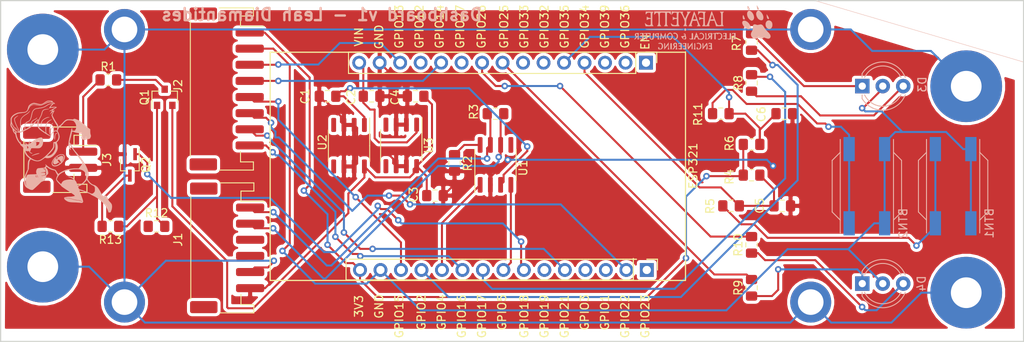
<source format=kicad_pcb>
(kicad_pcb (version 20171130) (host pcbnew "(5.1.4)-1")
  (layers (0 F.Cu signal) (31 B.Cu signal) (34 B.Paste user hide) (35 F.Paste user hide) (36 B.SilkS user) (37 F.SilkS user) (38 B.Mask user hide) (39 F.Mask user hide) (44 Edge.Cuts user))
  (net 0 "")
  (net 1 "Net-(D3-Pad1)")
  (net 2 /ESP_GND)
  (net 3 "Net-(D3-Pad3)")
  (net 4 "Net-(D4-Pad3)")
  (net 5 "Net-(D4-Pad1)")
  (net 6 /ESP_3V3)
  (net 7 /CS)
  (net 8 /~R1)
  (net 9 /BUSY)
  (net 10 /~G1)
  (net 11 /~R2)
  (net 12 /~G2)
  (net 13 /RST)
  (net 14 "Net-(ESP321-Pad27)")
  (net 15 "Net-(ESP321-Pad28)")
  (net 16 /DC)
  (net 17 "Net-(ESP321-Pad30)")
  (net 18 /DIN)
  (net 19 "Net-(ESP321-Pad12)")
  (net 20 /CLK)
  (net 21 "Net-(ESP321-Pad10)")
  (net 22 "Net-(ESP321-Pad7)")
  (net 23 "Net-(ESP321-Pad6)")
  (net 24 /BUTTON2)
  (net 25 /BUTTON1)
  (net 26 "Net-(ESP321-Pad3)")
  (net 27 "Net-(ESP321-Pad2)")
  (net 28 "Net-(ESP321-Pad1)")
  (net 29 /CANTX)
  (net 30 /GLV_RTN)
  (net 31 /GLV_5V)
  (net 32 /CANRX)
  (net 33 "Net-(U1-Pad5)")
  (net 34 /CAN_L)
  (net 35 /CAN_H)
  (net 36 /GLV_24V)
  (net 37 /ESP_BUTTON1)
  (net 38 /ESP_BUTTON2)
  (net 39 "Net-(R2-Pad2)")
  (net 40 "Net-(ESP321-Pad25)")
  (net 41 /GLV_9V)
  (net 42 /CAN_SHIELD)
  (net 43 /CH_GND)
  (net 44 "Net-(U2-Pad5)")
  (net 45 "Net-(U2-Pad4)")
  (net 46 "Net-(U3-Pad4)")
  (net 47 "Net-(U3-Pad5)")
  (net 48 /AMS_FLT)
  (net 49 /AMS_FLT_LED)
  (net 50 "Net-(Q1-Pad3)")
  (net 51 "Net-(Q1-Pad1)")
  (net 52 "Net-(Q2-Pad3)")
  (net 53 /GLV_24)
  (module Lafayette_Electric_Car_Footprints:2.9inEpaper (layer F.Cu) (at 81.25 68.55)
    (fp_text reference U4 hide)
    (fp_text value 2.9epaper)
    (pad 1 thru_hole circle (at 2.286 2.286) (size 5.08 5.08) (drill 3.175) (layers *.Cu *.Mask) (net 43 /CH_GND))
    (pad 1 thru_hole circle (at 87.376 2.286) (size 5.08 5.08) (drill 3.175) (layers *.Cu *.Mask) (net 43 /CH_GND))
    (pad 1 thru_hole circle (at 87.376 36.0934) (size 5.08 5.08) (drill 3.175) (layers *.Cu *.Mask) (net 43 /CH_GND))
    (pad 1 thru_hole circle (at 2.286 36.0934) (size 5.08 5.08) (drill 3.175) (layers *.Cu *.Mask) (net 43 /CH_GND))
  )
  (module Connector_JST:JST_PH_S8B-PH-SM4-TB_1x08-1MP_P2.00mm_Horizontal (layer F.Cu) (at 96.21 78.216 270)
    (fp_text reference J2 (at -0.365 6.04 90) (layer F.SilkS))
    (fp_text value Display)
    (pad 1 smd roundrect (at -7 -2.85 270) (size 1 3.5) (layers F.Cu F.Paste F.Mask) (net 6 /ESP_3V3))
    (pad 2 smd roundrect (at -5 -2.85 270) (size 1 3.5) (layers F.Cu F.Paste F.Mask) (net 2 /ESP_GND))
    (pad 3 smd roundrect (at -3 -2.85 270) (size 1 3.5) (layers F.Cu F.Paste F.Mask) (net 18 /DIN))
    (pad 4 smd roundrect (at -1 -2.85 270) (size 1 3.5) (layers F.Cu F.Paste F.Mask) (net 20 /CLK))
    (pad 5 smd roundrect (at 1 -2.85 270) (size 1 3.5) (layers F.Cu F.Paste F.Mask) (net 7 /CS))
    (pad 6 smd roundrect (at 3 -2.85 270) (size 1 3.5) (layers F.Cu F.Paste F.Mask) (net 16 /DC))
    (pad 7 smd roundrect (at 5 -2.85 270) (size 1 3.5) (layers F.Cu F.Paste F.Mask) (net 13 /RST))
    (pad 8 smd roundrect (at 7 -2.85 270) (size 1 3.5) (layers F.Cu F.Paste F.Mask) (net 9 /BUSY))
    (pad MP smd roundrect (at -9.35 2.9 270) (size 1.5 3.4) (layers F.Cu F.Paste F.Mask) (roundrect_rratio 0.166667))
    (pad MP smd roundrect (at 9.35 2.9 270) (size 1.5 3.4) (layers F.Cu F.Paste F.Mask) (roundrect_rratio 0.166667))
  )
  (module Lafayette_Electric_Car_Footprints:ECE_Logo (layer B.Cu) (at 153 71 180)
    (fp_text reference G*** hide)
    (fp_text value LOGO hide)
  )
  (module Lafayette_Electric_Car_Footprints:dash (layer B.Cu) (at 75.692 86.487 180)
    (fp_text reference G*** hide)
    (fp_text value LOGO hide)
  )
  (module Lafayette_Electric_Car_Footprints:Paw (layer B.Cu) (at 162 70 180)
    (fp_text reference G*** hide)
    (fp_text value LOGO hide)
  )
  (module ESP32_Shield:ESP32_Devkit_DOIT_V1 (layer F.Cu) (at 101.6 73.66 270)
    (fp_text reference ESP321 (at 14.097 -52.451 90) (layer F.SilkS))
    (fp_text value ESP32_Devkit_DOIT_V1)
    (fp_text user GPIO23 (at 32.75 -46.5 90) (layer F.SilkS))
    (fp_text user GPIO22 (at 32.75 -44 90) (layer F.SilkS))
    (fp_text user GPIO1 (at 32.25 -41.5 90) (layer F.SilkS))
    (fp_text user GPIO3 (at 32.25 -39 90) (layer F.SilkS))
    (fp_text user GPIO21 (at 32.75 -36.5 90) (layer F.SilkS))
    (fp_text user GPIO19 (at 32.75 -34 90) (layer F.SilkS))
    (fp_text user GPIO18 (at 32.75 -31.5 90) (layer F.SilkS))
    (fp_text user GPIO5 (at 32.25 -28.75 90) (layer F.SilkS))
    (fp_text user GPIO17 (at 32.75 -26.25 90) (layer F.SilkS))
    (fp_text user GPIO16 (at 32.75 -23.75 90) (layer F.SilkS))
    (fp_text user GPIO4 (at 32.25 -21.25 90) (layer F.SilkS))
    (fp_text user GPIO2 (at 32.25 -18.75 90) (layer F.SilkS))
    (fp_text user GPIO15 (at 32.75 -16 90) (layer F.SilkS))
    (fp_text user 3V3 (at 31.5 -11 90) (layer F.SilkS))
    (fp_text user VIN (at -1.905 -11 90) (layer F.SilkS))
    (fp_text user GND (at 31.5 -13.5 90) (layer F.SilkS))
    (fp_text user GND (at -1.905 -13.5 90) (layer F.SilkS))
    (fp_text user GPIO13 (at -3.175 -16 90) (layer F.SilkS))
    (fp_text user GPIO12 (at -3.175 -18.5 90) (layer F.SilkS))
    (fp_text user GPIO14 (at -3.175 -21 90) (layer F.SilkS))
    (fp_text user GPIO27 (at -3.175 -23.55 90) (layer F.SilkS))
    (fp_text user GPIO26 (at -3.175 -26.2 90) (layer F.SilkS))
    (fp_text user GPIO25 (at -3.175 -29 90) (layer F.SilkS))
    (fp_text user GPIO33 (at -3.175 -31.5 90) (layer F.SilkS))
    (fp_text user GPIO32 (at -3.175 -34 90) (layer F.SilkS))
    (fp_text user GPIO35 (at -3.175 -36.5 90) (layer F.SilkS))
    (fp_text user GPIO34 (at -3.175 -39 90) (layer F.SilkS))
    (fp_text user GPIO39 (at -3.175 -41.5 90) (layer F.SilkS))
    (fp_text user GPIO36 (at -3.175 -44 90) (layer F.SilkS))
    (fp_text user EN (at -1.27 -46.5 90) (layer F.SilkS))
    (pad 16 thru_hole oval (at 27 -11.14 270) (size 1.7 1.7) (drill 1) (layers *.Cu *.Mask) (net 6 /ESP_3V3))
    (pad 17 thru_hole oval (at 27 -13.68 270) (size 1.7 1.7) (drill 1) (layers *.Cu *.Mask) (net 2 /ESP_GND))
    (pad 18 thru_hole oval (at 27 -16.22 270) (size 1.7 1.7) (drill 1) (layers *.Cu *.Mask) (net 7 /CS))
    (pad 19 thru_hole oval (at 27 -18.76 270) (size 1.7 1.7) (drill 1) (layers *.Cu *.Mask) (net 8 /~R1))
    (pad 20 thru_hole oval (at 27 -21.3 270) (size 1.7 1.7) (drill 1) (layers *.Cu *.Mask) (net 29 /CANTX))
    (pad 21 thru_hole oval (at 27 -23.84 270) (size 1.7 1.7) (drill 1) (layers *.Cu *.Mask) (net 9 /BUSY))
    (pad 22 thru_hole oval (at 27 -26.38 270) (size 1.7 1.7) (drill 1) (layers *.Cu *.Mask) (net 10 /~G1))
    (pad 23 thru_hole oval (at 27 -28.92 270) (size 1.7 1.7) (drill 1) (layers *.Cu *.Mask) (net 32 /CANRX))
    (pad 24 thru_hole oval (at 27 -31.46 270) (size 1.7 1.7) (drill 1) (layers *.Cu *.Mask) (net 48 /AMS_FLT))
    (pad 25 thru_hole oval (at 27 -34 270) (size 1.7 1.7) (drill 1) (layers *.Cu *.Mask) (net 40 "Net-(ESP321-Pad25)"))
    (pad 26 thru_hole oval (at 27 -36.54 270) (size 1.7 1.7) (drill 1) (layers *.Cu *.Mask) (net 13 /RST))
    (pad 27 thru_hole oval (at 27 -39.08 270) (size 1.7 1.7) (drill 1) (layers *.Cu *.Mask) (net 14 "Net-(ESP321-Pad27)"))
    (pad 28 thru_hole oval (at 27 -41.62 270) (size 1.7 1.7) (drill 1) (layers *.Cu *.Mask) (net 15 "Net-(ESP321-Pad28)"))
    (pad 29 thru_hole oval (at 27 -44.16 270) (size 1.7 1.7) (drill 1) (layers *.Cu *.Mask) (net 16 /DC))
    (pad 30 thru_hole rect (at 27 -46.7 270) (size 1.7 1.7) (drill 1) (layers *.Cu *.Mask) (net 17 "Net-(ESP321-Pad30)"))
    (pad 30 thru_hole rect (at 27 -46.7 270) (size 1.7 1.7) (drill 1) (layers *.Cu *.Mask) (net 17 "Net-(ESP321-Pad30)"))
    (pad 29 thru_hole oval (at 27 -44.16 270) (size 1.7 1.7) (drill 1) (layers *.Cu *.Mask) (net 16 /DC))
    (pad 28 thru_hole oval (at 27 -41.62 270) (size 1.7 1.7) (drill 1) (layers *.Cu *.Mask) (net 15 "Net-(ESP321-Pad28)"))
    (pad 27 thru_hole oval (at 27 -39.08 270) (size 1.7 1.7) (drill 1) (layers *.Cu *.Mask) (net 14 "Net-(ESP321-Pad27)"))
    (pad 26 thru_hole oval (at 27 -36.54 270) (size 1.7 1.7) (drill 1) (layers *.Cu *.Mask) (net 13 /RST))
    (pad 25 thru_hole oval (at 27 -34 270) (size 1.7 1.7) (drill 1) (layers *.Cu *.Mask) (net 40 "Net-(ESP321-Pad25)"))
    (pad 24 thru_hole oval (at 27 -31.46 270) (size 1.7 1.7) (drill 1) (layers *.Cu *.Mask) (net 48 /AMS_FLT))
    (pad 23 thru_hole oval (at 27 -28.92 270) (size 1.7 1.7) (drill 1) (layers *.Cu *.Mask) (net 32 /CANRX))
    (pad 22 thru_hole oval (at 27 -26.38 270) (size 1.7 1.7) (drill 1) (layers *.Cu *.Mask) (net 10 /~G1))
    (pad 21 thru_hole oval (at 27 -23.84 270) (size 1.7 1.7) (drill 1) (layers *.Cu *.Mask) (net 9 /BUSY))
    (pad 20 thru_hole oval (at 27 -21.3 270) (size 1.7 1.7) (drill 1) (layers *.Cu *.Mask) (net 29 /CANTX))
    (pad 19 thru_hole oval (at 27 -18.76 270) (size 1.7 1.7) (drill 1) (layers *.Cu *.Mask) (net 8 /~R1))
    (pad 18 thru_hole oval (at 27 -16.22 270) (size 1.7 1.7) (drill 1) (layers *.Cu *.Mask) (net 7 /CS))
    (pad 17 thru_hole oval (at 27 -13.68 270) (size 1.7 1.7) (drill 1) (layers *.Cu *.Mask) (net 2 /ESP_GND))
    (pad 16 thru_hole oval (at 27 -11.14 270) (size 1.7 1.7) (drill 1) (layers *.Cu *.Mask) (net 6 /ESP_3V3))
    (pad 15 thru_hole oval (at 1.3 -11.04 270) (size 1.7 1.7) (drill 1) (layers *.Cu *.Mask) (net 41 /GLV_9V))
    (pad 14 thru_hole oval (at 1.3 -13.58 270) (size 1.7 1.7) (drill 1) (layers *.Cu *.Mask) (net 30 /GLV_RTN))
    (pad 13 thru_hole oval (at 1.3 -16.12 270) (size 1.7 1.7) (drill 1) (layers *.Cu *.Mask) (net 18 /DIN))
    (pad 12 thru_hole oval (at 1.3 -18.66 270) (size 1.7 1.7) (drill 1) (layers *.Cu *.Mask) (net 19 "Net-(ESP321-Pad12)"))
    (pad 11 thru_hole oval (at 1.3 -21.2 270) (size 1.7 1.7) (drill 1) (layers *.Cu *.Mask) (net 20 /CLK))
    (pad 10 thru_hole oval (at 1.3 -23.74 270) (size 1.7 1.7) (drill 1) (layers *.Cu *.Mask) (net 21 "Net-(ESP321-Pad10)"))
    (pad 9 thru_hole oval (at 1.3 -26.28 270) (size 1.7 1.7) (drill 1) (layers *.Cu *.Mask) (net 12 /~G2))
    (pad 8 thru_hole oval (at 1.3 -28.82 270) (size 1.7 1.7) (drill 1) (layers *.Cu *.Mask) (net 11 /~R2))
    (pad 7 thru_hole oval (at 1.3 -31.36 270) (size 1.7 1.7) (drill 1) (layers *.Cu *.Mask) (net 22 "Net-(ESP321-Pad7)"))
    (pad 6 thru_hole oval (at 1.3 -33.9 270) (size 1.7 1.7) (drill 1) (layers *.Cu *.Mask) (net 23 "Net-(ESP321-Pad6)"))
    (pad 5 thru_hole oval (at 1.3 -36.44 270) (size 1.7 1.7) (drill 1) (layers *.Cu *.Mask) (net 38 /ESP_BUTTON2))
    (pad 4 thru_hole oval (at 1.3 -38.98 270) (size 1.7 1.7) (drill 1) (layers *.Cu *.Mask) (net 37 /ESP_BUTTON1))
    (pad 3 thru_hole oval (at 1.3 -41.52 270) (size 1.7 1.7) (drill 1) (layers *.Cu *.Mask) (net 26 "Net-(ESP321-Pad3)"))
    (pad 2 thru_hole oval (at 1.3 -44.06 270) (size 1.7 1.7) (drill 1) (layers *.Cu *.Mask) (net 27 "Net-(ESP321-Pad2)"))
    (pad 1 thru_hole rect (at 1.3 -46.6 270) (size 1.7 1.7) (drill 1) (layers *.Cu *.Mask) (net 28 "Net-(ESP321-Pad1)"))
    (pad 1 thru_hole rect (at 1.3 -46.6 270) (size 1.7 1.7) (drill 1) (layers *.Cu *.Mask) (net 28 "Net-(ESP321-Pad1)"))
    (pad 2 thru_hole oval (at 1.3 -44.06 270) (size 1.7 1.7) (drill 1) (layers *.Cu *.Mask) (net 27 "Net-(ESP321-Pad2)"))
    (pad 3 thru_hole oval (at 1.3 -41.52 270) (size 1.7 1.7) (drill 1) (layers *.Cu *.Mask) (net 26 "Net-(ESP321-Pad3)"))
    (pad 4 thru_hole oval (at 1.3 -38.98 270) (size 1.7 1.7) (drill 1) (layers *.Cu *.Mask) (net 37 /ESP_BUTTON1))
    (pad 5 thru_hole oval (at 1.3 -36.44 270) (size 1.7 1.7) (drill 1) (layers *.Cu *.Mask) (net 38 /ESP_BUTTON2))
    (pad 6 thru_hole oval (at 1.3 -33.9 270) (size 1.7 1.7) (drill 1) (layers *.Cu *.Mask) (net 23 "Net-(ESP321-Pad6)"))
    (pad 7 thru_hole oval (at 1.3 -31.36 270) (size 1.7 1.7) (drill 1) (layers *.Cu *.Mask) (net 22 "Net-(ESP321-Pad7)"))
    (pad 8 thru_hole oval (at 1.3 -28.82 270) (size 1.7 1.7) (drill 1) (layers *.Cu *.Mask) (net 11 /~R2))
    (pad 9 thru_hole oval (at 1.3 -26.28 270) (size 1.7 1.7) (drill 1) (layers *.Cu *.Mask) (net 12 /~G2))
    (pad 10 thru_hole oval (at 1.3 -23.74 270) (size 1.7 1.7) (drill 1) (layers *.Cu *.Mask) (net 21 "Net-(ESP321-Pad10)"))
    (pad 11 thru_hole oval (at 1.3 -21.2 270) (size 1.7 1.7) (drill 1) (layers *.Cu *.Mask) (net 20 /CLK))
    (pad 12 thru_hole oval (at 1.3 -18.66 270) (size 1.7 1.7) (drill 1) (layers *.Cu *.Mask) (net 19 "Net-(ESP321-Pad12)"))
    (pad 13 thru_hole oval (at 1.3 -16.12 270) (size 1.7 1.7) (drill 1) (layers *.Cu *.Mask) (net 18 /DIN))
    (pad 14 thru_hole oval (at 1.3 -13.58 270) (size 1.7 1.7) (drill 1) (layers *.Cu *.Mask) (net 30 /GLV_RTN))
    (pad 15 thru_hole oval (at 1.3 -11.04 270) (size 1.7 1.7) (drill 1) (layers *.Cu *.Mask) (net 41 /GLV_9V))
  )
  (module LED_THT:LED_D5.0mm-3 (layer B.Cu) (at 175.02 77.862)
    (fp_text reference D3 (at 7.44 -0.2 90) (layer B.SilkS) (effects (justify mirror)))
    (fp_text value LED_Dual_ACA)
    (pad 1 thru_hole rect (at 0 0) (size 1.8 1.8) (drill 0.9) (layers *.Cu *.Mask) (net 1 "Net-(D3-Pad1)"))
    (pad 2 thru_hole circle (at 2.54 0) (size 1.8 1.8) (drill 0.9) (layers *.Cu *.Mask) (net 2 /ESP_GND))
    (pad 3 thru_hole circle (at 5.08 0) (size 1.8 1.8) (drill 0.9) (layers *.Cu *.Mask) (net 3 "Net-(D3-Pad3)"))
  )
  (module LED_THT:LED_D5.0mm-3 (layer B.Cu) (at 175.02 102.35)
    (fp_text reference D4 (at 7.35 0 90) (layer B.SilkS) (effects (justify mirror)))
    (fp_text value LED_Dual_ACA)
    (pad 3 thru_hole circle (at 5.08 0) (size 1.8 1.8) (drill 0.9) (layers *.Cu *.Mask) (net 4 "Net-(D4-Pad3)"))
    (pad 2 thru_hole circle (at 2.54 0) (size 1.8 1.8) (drill 0.9) (layers *.Cu *.Mask) (net 2 /ESP_GND))
    (pad 1 thru_hole rect (at 0 0) (size 1.8 1.8) (drill 0.9) (layers *.Cu *.Mask) (net 5 "Net-(D4-Pad1)"))
  )
  (module Package_SO:SOIC-8_3.9x4.9mm_P1.27mm (layer F.Cu) (at 129.54 87.63 90)
    (fp_text reference U1 (at -0.381 3.429 90) (layer F.SilkS))
    (fp_text value MCP2551-I-SN)
    (pad 1 smd roundrect (at -2.475 -1.905 90) (size 1.95 0.6) (layers F.Cu F.Paste F.Mask) (net 29 /CANTX))
    (pad 2 smd roundrect (at -2.475 -0.635 90) (size 1.95 0.6) (layers F.Cu F.Paste F.Mask) (net 30 /GLV_RTN))
    (pad 3 smd roundrect (at -2.475 0.635 90) (size 1.95 0.6) (layers F.Cu F.Paste F.Mask) (net 31 /GLV_5V))
    (pad 4 smd roundrect (at -2.475 1.905 90) (size 1.95 0.6) (layers F.Cu F.Paste F.Mask) (net 32 /CANRX))
    (pad 5 smd roundrect (at 2.475 1.905 90) (size 1.95 0.6) (layers F.Cu F.Paste F.Mask) (net 33 "Net-(U1-Pad5)"))
    (pad 6 smd roundrect (at 2.475 0.635 90) (size 1.95 0.6) (layers F.Cu F.Paste F.Mask) (net 34 /CAN_L))
    (pad 7 smd roundrect (at 2.475 -0.635 90) (size 1.95 0.6) (layers F.Cu F.Paste F.Mask) (net 35 /CAN_H))
    (pad 8 smd roundrect (at 2.475 -1.905 90) (size 1.95 0.6) (layers F.Cu F.Paste F.Mask) (net 39 "Net-(R2-Pad2)"))
  )
  (module Capacitor_SMD:C_0805_2012Metric_Pad1.15x1.40mm_HandSolder (layer F.Cu) (at 165.1 92.71)
    (fp_text reference C5 (at -2.8 -0.01 90) (layer F.SilkS))
    (fp_text value .1u)
    (pad 1 smd roundrect (at -1.025 0) (size 1.15 1.4) (layers F.Cu F.Paste F.Mask) (roundrect_rratio 0.217391) (net 37 /ESP_BUTTON1))
    (pad 2 smd roundrect (at 1.025 0) (size 1.15 1.4) (layers F.Cu F.Paste F.Mask) (roundrect_rratio 0.217391) (net 30 /GLV_RTN))
  )
  (module Capacitor_SMD:C_0805_2012Metric_Pad1.15x1.40mm_HandSolder (layer F.Cu) (at 165.345 81.28)
    (fp_text reference C6 (at -2.845 0.07 90) (layer F.SilkS))
    (fp_text value .1u)
    (pad 2 smd roundrect (at 1.025 0) (size 1.15 1.4) (layers F.Cu F.Paste F.Mask) (roundrect_rratio 0.217391) (net 30 /GLV_RTN))
    (pad 1 smd roundrect (at -1.025 0) (size 1.15 1.4) (layers F.Cu F.Paste F.Mask) (roundrect_rratio 0.217391) (net 38 /ESP_BUTTON2))
  )
  (module Resistor_SMD:R_0805_2012Metric_Pad1.15x1.40mm_HandSolder (layer F.Cu) (at 124.46 87.385 90)
    (fp_text reference R2 (at -0.065 1.64 90) (layer F.SilkS))
    (fp_text value 1K)
    (pad 2 smd roundrect (at 1.025 0 90) (size 1.15 1.4) (layers F.Cu F.Paste F.Mask) (roundrect_rratio 0.217391) (net 39 "Net-(R2-Pad2)"))
    (pad 1 smd roundrect (at -1.025 0 90) (size 1.15 1.4) (layers F.Cu F.Paste F.Mask) (roundrect_rratio 0.217391) (net 30 /GLV_RTN))
  )
  (module Resistor_SMD:R_0805_2012Metric_Pad1.15x1.40mm_HandSolder (layer F.Cu) (at 129.54 81.28)
    (fp_text reference R3 (at -2.69 -0.23 90) (layer F.SilkS))
    (fp_text value 120)
    (pad 1 smd roundrect (at -1.025 0) (size 1.15 1.4) (layers F.Cu F.Paste F.Mask) (roundrect_rratio 0.217391) (net 35 /CAN_H))
    (pad 2 smd roundrect (at 1.025 0) (size 1.15 1.4) (layers F.Cu F.Paste F.Mask) (roundrect_rratio 0.217391) (net 34 /CAN_L))
  )
  (module Resistor_SMD:R_0805_2012Metric_Pad1.15x1.40mm_HandSolder (layer F.Cu) (at 161.29 88.9 180)
    (fp_text reference R4 (at 2.74 -0.2 90) (layer F.SilkS))
    (fp_text value 100k)
    (pad 2 smd roundrect (at 1.025 0 180) (size 1.15 1.4) (layers F.Cu F.Paste F.Mask) (roundrect_rratio 0.217391) (net 6 /ESP_3V3))
    (pad 1 smd roundrect (at -1.025 0 180) (size 1.15 1.4) (layers F.Cu F.Paste F.Mask) (roundrect_rratio 0.217391) (net 37 /ESP_BUTTON1))
  )
  (module Resistor_SMD:R_0805_2012Metric_Pad1.15x1.40mm_HandSolder (layer F.Cu) (at 158.75 92.71 180)
    (fp_text reference R5 (at 2.6 -0.04 90) (layer F.SilkS))
    (fp_text value 1K)
    (pad 2 smd roundrect (at 1.025 0 180) (size 1.15 1.4) (layers F.Cu F.Paste F.Mask) (roundrect_rratio 0.217391) (net 25 /BUTTON1))
    (pad 1 smd roundrect (at -1.025 0 180) (size 1.15 1.4) (layers F.Cu F.Paste F.Mask) (roundrect_rratio 0.217391) (net 37 /ESP_BUTTON1))
  )
  (module Resistor_SMD:R_0805_2012Metric_Pad1.15x1.40mm_HandSolder (layer F.Cu) (at 161.29 85.09 180)
    (fp_text reference R6 (at 2.74 0.14 90) (layer F.SilkS))
    (fp_text value 100k)
    (pad 2 smd roundrect (at 1.025 0 180) (size 1.15 1.4) (layers F.Cu F.Paste F.Mask) (roundrect_rratio 0.217391) (net 6 /ESP_3V3))
    (pad 1 smd roundrect (at -1.025 0 180) (size 1.15 1.4) (layers F.Cu F.Paste F.Mask) (roundrect_rratio 0.217391) (net 38 /ESP_BUTTON2))
  )
  (module Resistor_SMD:R_0805_2012Metric_Pad1.15x1.40mm_HandSolder (layer F.Cu) (at 161.29 72.39 270)
    (fp_text reference R7 (at 0.16 1.84 90) (layer F.SilkS))
    (fp_text value 68)
    (pad 1 smd roundrect (at -1.025 0 270) (size 1.15 1.4) (layers F.Cu F.Paste F.Mask) (roundrect_rratio 0.217391) (net 1 "Net-(D3-Pad1)"))
    (pad 2 smd roundrect (at 1.025 0 270) (size 1.15 1.4) (layers F.Cu F.Paste F.Mask) (roundrect_rratio 0.217391) (net 8 /~R1))
  )
  (module Resistor_SMD:R_0805_2012Metric_Pad1.15x1.40mm_HandSolder (layer F.Cu) (at 161.29 77.47 90)
    (fp_text reference R8 (at 0 -1.65 90) (layer F.SilkS))
    (fp_text value 750)
    (pad 2 smd roundrect (at 1.025 0 90) (size 1.15 1.4) (layers F.Cu F.Paste F.Mask) (roundrect_rratio 0.217391) (net 10 /~G1))
    (pad 1 smd roundrect (at -1.025 0 90) (size 1.15 1.4) (layers F.Cu F.Paste F.Mask) (roundrect_rratio 0.217391) (net 3 "Net-(D3-Pad3)"))
  )
  (module Resistor_SMD:R_0805_2012Metric_Pad1.15x1.40mm_HandSolder (layer F.Cu) (at 161.29 102.87 90)
    (fp_text reference R9 (at 0 -1.65 90) (layer F.SilkS))
    (fp_text value 68)
    (pad 1 smd roundrect (at -1.025 0 90) (size 1.15 1.4) (layers F.Cu F.Paste F.Mask) (roundrect_rratio 0.217391) (net 5 "Net-(D4-Pad1)"))
    (pad 2 smd roundrect (at 1.025 0 90) (size 1.15 1.4) (layers F.Cu F.Paste F.Mask) (roundrect_rratio 0.217391) (net 11 /~R2))
  )
  (module Resistor_SMD:R_0805_2012Metric_Pad1.15x1.40mm_HandSolder (layer F.Cu) (at 161.29 97.545 90)
    (fp_text reference R10 (at 0 -1.65 90) (layer F.SilkS))
    (fp_text value 750)
    (pad 1 smd roundrect (at -1.025 0 90) (size 1.15 1.4) (layers F.Cu F.Paste F.Mask) (roundrect_rratio 0.217391) (net 4 "Net-(D4-Pad3)"))
    (pad 2 smd roundrect (at 1.025 0 90) (size 1.15 1.4) (layers F.Cu F.Paste F.Mask) (roundrect_rratio 0.217391) (net 12 /~G2))
  )
  (module Resistor_SMD:R_0805_2012Metric_Pad1.15x1.40mm_HandSolder (layer F.Cu) (at 157.48 81.28 180)
    (fp_text reference R11 (at 2.83 -0.07 90) (layer F.SilkS))
    (fp_text value 1K)
    (pad 1 smd roundrect (at -1.025 0 180) (size 1.15 1.4) (layers F.Cu F.Paste F.Mask) (roundrect_rratio 0.217391) (net 38 /ESP_BUTTON2))
    (pad 2 smd roundrect (at 1.025 0 180) (size 1.15 1.4) (layers F.Cu F.Paste F.Mask) (roundrect_rratio 0.217391) (net 24 /BUTTON2))
  )
  (module Capacitor_SMD:C_0805_2012Metric_Pad1.15x1.40mm_HandSolder (layer F.Cu) (at 108.712 79.121 180)
    (fp_text reference C1 (at 2.794 0 90) (layer F.SilkS))
    (fp_text value .1u)
    (pad 2 smd roundrect (at 1.025 0 180) (size 1.15 1.4) (layers F.Cu F.Paste F.Mask) (roundrect_rratio 0.217391) (net 30 /GLV_RTN))
    (pad 1 smd roundrect (at -1.025 0 180) (size 1.15 1.4) (layers F.Cu F.Paste F.Mask) (roundrect_rratio 0.217391) (net 31 /GLV_5V))
  )
  (module Capacitor_SMD:C_0805_2012Metric_Pad1.15x1.40mm_HandSolder (layer F.Cu) (at 114.173 79.121)
    (fp_text reference C2 (at -2.54 0.127 90) (layer F.SilkS))
    (fp_text value .1u)
    (pad 2 smd roundrect (at 1.025 0) (size 1.15 1.4) (layers F.Cu F.Paste F.Mask) (roundrect_rratio 0.217391) (net 30 /GLV_RTN))
    (pad 1 smd roundrect (at -1.025 0) (size 1.15 1.4) (layers F.Cu F.Paste F.Mask) (roundrect_rratio 0.217391) (net 41 /GLV_9V))
  )
  (module Capacitor_SMD:C_0805_2012Metric_Pad1.15x1.40mm_HandSolder (layer F.Cu) (at 122.038 91.44)
    (fp_text reference C3 (at -2.658 -0.127 90) (layer F.SilkS))
    (fp_text value .33u)
    (pad 1 smd roundrect (at -1.025 0) (size 1.15 1.4) (layers F.Cu F.Paste F.Mask) (roundrect_rratio 0.217391) (net 36 /GLV_24V))
    (pad 2 smd roundrect (at 1.025 0) (size 1.15 1.4) (layers F.Cu F.Paste F.Mask) (roundrect_rratio 0.217391) (net 30 /GLV_RTN))
  )
  (module Capacitor_SMD:C_0805_2012Metric_Pad1.15x1.40mm_HandSolder (layer F.Cu) (at 119.634 79.121 180)
    (fp_text reference C4 (at 2.54 -0.127 90) (layer F.SilkS))
    (fp_text value .33u)
    (pad 1 smd roundrect (at -1.025 0 180) (size 1.15 1.4) (layers F.Cu F.Paste F.Mask) (roundrect_rratio 0.217391) (net 36 /GLV_24V))
    (pad 2 smd roundrect (at 1.025 0 180) (size 1.15 1.4) (layers F.Cu F.Paste F.Mask) (roundrect_rratio 0.217391) (net 30 /GLV_RTN))
  )
  (module Connector_JST:JST_PH_S6B-PH-SM4-TB_1x06-1MP_P2.00mm_Horizontal (layer F.Cu) (at 96.266 97.917 270)
    (fp_text reference J1 (at -1.016 6.096 90) (layer F.SilkS))
    (fp_text value GLV/CAN)
    (pad 1 smd roundrect (at -5 -2.85 270) (size 1 3.5) (layers F.Cu F.Paste F.Mask) (net 35 /CAN_H))
    (pad 2 smd roundrect (at -3 -2.85 270) (size 1 3.5) (layers F.Cu F.Paste F.Mask) (net 34 /CAN_L))
    (pad 3 smd roundrect (at -1 -2.85 270) (size 1 3.5) (layers F.Cu F.Paste F.Mask) (net 42 /CAN_SHIELD))
    (pad 4 smd roundrect (at 1 -2.85 270) (size 1 3.5) (layers F.Cu F.Paste F.Mask) (net 36 /GLV_24V))
    (pad 5 smd roundrect (at 3 -2.85 270) (size 1 3.5) (layers F.Cu F.Paste F.Mask) (net 43 /CH_GND))
    (pad 6 smd roundrect (at 5 -2.85 270) (size 1 3.5) (layers F.Cu F.Paste F.Mask) (net 30 /GLV_RTN))
    (pad MP smd roundrect (at -7.35 2.9 270) (size 1.5 3.4) (layers F.Cu F.Paste F.Mask) (roundrect_rratio 0.166667))
    (pad MP smd roundrect (at 7.35 2.9 270) (size 1.5 3.4) (layers F.Cu F.Paste F.Mask) (roundrect_rratio 0.166667))
  )
  (module Package_SO:SO-8_3.9x4.9mm_P1.27mm (layer F.Cu) (at 111.379 85.252 270)
    (fp_text reference U2 (at -0.416 3.302 90) (layer F.SilkS))
    (fp_text value L78L05CD13TR)
    (pad 8 smd roundrect (at 2.575 -1.905 270) (size 1.75 0.6) (layers F.Cu F.Paste F.Mask) (net 36 /GLV_24V))
    (pad 7 smd roundrect (at 2.575 -0.635 270) (size 1.75 0.6) (layers F.Cu F.Paste F.Mask) (net 30 /GLV_RTN))
    (pad 6 smd roundrect (at 2.575 0.635 270) (size 1.75 0.6) (layers F.Cu F.Paste F.Mask) (net 30 /GLV_RTN))
    (pad 5 smd roundrect (at 2.575 1.905 270) (size 1.75 0.6) (layers F.Cu F.Paste F.Mask) (net 44 "Net-(U2-Pad5)"))
    (pad 4 smd roundrect (at -2.575 1.905 270) (size 1.75 0.6) (layers F.Cu F.Paste F.Mask) (net 45 "Net-(U2-Pad4)"))
    (pad 3 smd roundrect (at -2.575 0.635 270) (size 1.75 0.6) (layers F.Cu F.Paste F.Mask) (net 30 /GLV_RTN))
    (pad 2 smd roundrect (at -2.575 -0.635 270) (size 1.75 0.6) (layers F.Cu F.Paste F.Mask) (net 30 /GLV_RTN))
    (pad 1 smd roundrect (at -2.575 -1.905 270) (size 1.75 0.6) (layers F.Cu F.Paste F.Mask) (net 31 /GLV_5V))
  )
  (module Package_SO:SO-8_3.9x4.9mm_P1.27mm (layer F.Cu) (at 117.856 85.217 270)
    (fp_text reference U3 (at 0 -3.4 90) (layer F.SilkS))
    (fp_text value L78L09CD13TR)
    (pad 1 smd roundrect (at -2.575 -1.905 270) (size 1.75 0.6) (layers F.Cu F.Paste F.Mask) (net 41 /GLV_9V))
    (pad 2 smd roundrect (at -2.575 -0.635 270) (size 1.75 0.6) (layers F.Cu F.Paste F.Mask) (net 30 /GLV_RTN))
    (pad 3 smd roundrect (at -2.575 0.635 270) (size 1.75 0.6) (layers F.Cu F.Paste F.Mask) (net 30 /GLV_RTN))
    (pad 4 smd roundrect (at -2.575 1.905 270) (size 1.75 0.6) (layers F.Cu F.Paste F.Mask) (net 46 "Net-(U3-Pad4)"))
    (pad 5 smd roundrect (at 2.575 1.905 270) (size 1.75 0.6) (layers F.Cu F.Paste F.Mask) (net 47 "Net-(U3-Pad5)"))
    (pad 6 smd roundrect (at 2.575 0.635 270) (size 1.75 0.6) (layers F.Cu F.Paste F.Mask) (net 30 /GLV_RTN))
    (pad 7 smd roundrect (at 2.575 -0.635 270) (size 1.75 0.6) (layers F.Cu F.Paste F.Mask) (net 30 /GLV_RTN))
    (pad 8 smd roundrect (at 2.575 -1.905 270) (size 1.75 0.6) (layers F.Cu F.Paste F.Mask) (net 36 /GLV_24V))
  )
  (module MountingHole:MountingHole_5mm (layer F.Cu) (at 73.406 73.3298)
    (fp_text reference H1 hide)
    (fp_text value MountingHole_Pad)
    (pad 1 thru_hole circle (at 0 0) (size 8.89 8.89) (drill 3.81) (layers *.Cu *.Mask) (net 43 /CH_GND))
  )
  (module MountingHole:MountingHole_5mm (layer F.Cu) (at 73.406 100.2538)
    (fp_text reference H2 hide)
    (fp_text value MountingHole_Pad)
    (pad 1 thru_hole circle (at 0 0) (size 8.89 8.89) (drill 3.81) (layers *.Cu *.Mask) (net 43 /CH_GND))
  )
  (module MountingHole:MountingHole_5mm (layer F.Cu) (at 187.9092 77.8764)
    (fp_text reference H3 hide)
    (fp_text value MountingHole_Pad)
    (pad 1 thru_hole circle (at 0 0) (size 8.89 8.89) (drill 3.81) (layers *.Cu *.Mask) (net 43 /CH_GND))
  )
  (module MountingHole:MountingHole_5mm (layer F.Cu) (at 187.9092 103.4796)
    (fp_text reference H4 hide)
    (fp_text value MountingHole_Pad)
    (pad 1 thru_hole circle (at 0 0) (size 8.89 8.89) (drill 3.81) (layers *.Cu *.Mask) (net 43 /CH_GND))
  )
  (module Lafayette_Electric_Car_Footprints:PushButton (layer B.Cu) (at 186.2836 90.2716 90)
    (fp_text reference BTN1 (at -4.6 4.5 -90) (layer B.SilkS) (effects (justify mirror)))
    (fp_text value PushButton)
    (pad 1 smd rect (at -4.6 2.2 90) (size 3 1.4) (layers B.Cu B.Paste B.Mask) (net 2 /ESP_GND))
    (pad 2 smd rect (at -4.6 -2.2 90) (size 3 1.4) (layers B.Cu B.Paste B.Mask) (net 25 /BUTTON1))
    (pad 2 smd rect (at 4.6 -2.2 90) (size 3 1.4) (layers B.Cu B.Paste B.Mask) (net 25 /BUTTON1))
    (pad 1 smd rect (at 4.6 2.2 90) (size 3 1.4) (layers B.Cu B.Paste B.Mask) (net 2 /ESP_GND))
  )
  (module Lafayette_Electric_Car_Footprints:PushButton (layer B.Cu) (at 175.5902 90.2716 90)
    (fp_text reference BTN2 (at -4.6 4.5 -90) (layer B.SilkS) (effects (justify mirror)))
    (fp_text value PushButton)
    (pad 1 smd rect (at 4.6 2.2 90) (size 3 1.4) (layers B.Cu B.Paste B.Mask) (net 2 /ESP_GND))
    (pad 2 smd rect (at 4.6 -2.2 90) (size 3 1.4) (layers B.Cu B.Paste B.Mask) (net 24 /BUTTON2))
    (pad 2 smd rect (at -4.6 -2.2 90) (size 3 1.4) (layers B.Cu B.Paste B.Mask) (net 24 /BUTTON2))
    (pad 1 smd rect (at -4.6 2.2 90) (size 3 1.4) (layers B.Cu B.Paste B.Mask) (net 2 /ESP_GND))
  )
  (module Connector_JST:JST_PH_S2B-PH-SM4-TB_1x02-1MP_P2.00mm_Horizontal (layer F.Cu) (at 75.565 86.995 270)
    (fp_text reference J3 (at 0 -5.8 90) (layer F.SilkS))
    (fp_text value Conn_01x02)
    (pad 1 smd roundrect (at -1 -2.85 270) (size 1 3.5) (layers F.Cu F.Paste F.Mask) (net 49 /AMS_FLT_LED))
    (pad 2 smd roundrect (at 1 -2.85 270) (size 1 3.5) (layers F.Cu F.Paste F.Mask) (net 30 /GLV_RTN))
    (pad MP smd roundrect (at -3.35 2.9 270) (size 1.5 3.4) (layers F.Cu F.Paste F.Mask) (roundrect_rratio 0.166667))
    (pad MP smd roundrect (at 3.35 2.9 270) (size 1.5 3.4) (layers F.Cu F.Paste F.Mask) (roundrect_rratio 0.166667))
  )
  (module Package_TO_SOT_SMD:SOT-23 (layer F.Cu) (at 88.519 79.248 90)
    (fp_text reference Q1 (at 0 -2.5 90) (layer F.SilkS))
    (fp_text value BSS84)
    (pad 1 smd rect (at -1 -0.95 90) (size 0.9 0.8) (layers F.Cu F.Paste F.Mask) (net 51 "Net-(Q1-Pad1)"))
    (pad 2 smd rect (at -1 0.95 90) (size 0.9 0.8) (layers F.Cu F.Paste F.Mask) (net 36 /GLV_24V))
    (pad 3 smd rect (at 1 0 90) (size 0.9 0.8) (layers F.Cu F.Paste F.Mask) (net 50 "Net-(Q1-Pad3)"))
  )
  (module Package_TO_SOT_SMD:SOT-323_SC-70_Handsoldering (layer F.Cu) (at 84.201 87.63 270)
    (fp_text reference Q2 (at 0 -2 90) (layer F.SilkS))
    (fp_text value BSS138W)
    (pad 1 smd rect (at -1.33 -0.65 180) (size 0.45 1.5) (layers F.Cu F.Paste F.Mask) (net 48 /AMS_FLT))
    (pad 2 smd rect (at -1.33 0.65 180) (size 0.45 1.5) (layers F.Cu F.Paste F.Mask) (net 30 /GLV_RTN))
    (pad 3 smd rect (at 1.33 0 180) (size 0.45 1.5) (layers F.Cu F.Paste F.Mask) (net 52 "Net-(Q2-Pad3)"))
  )
  (module Resistor_SMD:R_0805_2012Metric_Pad1.15x1.40mm_HandSolder (layer F.Cu) (at 81.534 77.089)
    (fp_text reference R1 (at 0 -1.65) (layer F.SilkS))
    (fp_text value 0)
    (pad 1 smd roundrect (at -1.025 0) (size 1.15 1.4) (layers F.Cu F.Paste F.Mask) (roundrect_rratio 0.217391) (net 49 /AMS_FLT_LED))
    (pad 2 smd roundrect (at 1.025 0) (size 1.15 1.4) (layers F.Cu F.Paste F.Mask) (roundrect_rratio 0.217391) (net 50 "Net-(Q1-Pad3)"))
  )
  (module Resistor_SMD:R_0805_2012Metric_Pad1.15x1.40mm_HandSolder (layer F.Cu) (at 87.503 95.25)
    (fp_text reference R12 (at 0 -1.65) (layer F.SilkS))
    (fp_text value 2.4K)
    (pad 2 smd roundrect (at 1.025 0) (size 1.15 1.4) (layers F.Cu F.Paste F.Mask) (roundrect_rratio 0.217391) (net 51 "Net-(Q1-Pad1)"))
    (pad 1 smd roundrect (at -1.025 0) (size 1.15 1.4) (layers F.Cu F.Paste F.Mask) (roundrect_rratio 0.217391) (net 53 /GLV_24))
  )
  (module Resistor_SMD:R_0805_2012Metric_Pad1.15x1.40mm_HandSolder (layer F.Cu) (at 81.788 95.25 180)
    (fp_text reference R13 (at 0 -1.65) (layer F.SilkS))
    (fp_text value 7.5K)
    (pad 1 smd roundrect (at -1.025 0 180) (size 1.15 1.4) (layers F.Cu F.Paste F.Mask) (roundrect_rratio 0.217391) (net 51 "Net-(Q1-Pad1)"))
    (pad 2 smd roundrect (at 1.025 0 180) (size 1.15 1.4) (layers F.Cu F.Paste F.Mask) (roundrect_rratio 0.217391) (net 52 "Net-(Q2-Pad3)"))
  )
  (gr_line (start 169.164 67.2592) (end 195.0212 74.8792) (layer B.SilkS) (width 0.05))
  (gr_line (start 195.0212 74.8792) (end 195.0212 67.2592) (layer Edge.Cuts) (width 0.15))
  (gr_line (start 169.164 67.2592) (end 195.0212 67.2592) (layer Edge.Cuts) (width 0.15))
  (gr_text "Dashboard v1 - Leah Diamantides" (at 108 69) (layer B.SilkS) (effects (font (size 1.5 1.5) (thickness 0.3)) (justify mirror)))
  (gr_line (start 195.0212 109.5248) (end 195.0212 74.8792) (layer Edge.Cuts) (width 0.15))
  (gr_line (start 68.1736 67.2592) (end 169.164 67.2592) (layer Edge.Cuts) (width 0.15))
  (gr_line (start 68.1736 109.5248) (end 68.1736 67.2592) (layer Edge.Cuts) (width 0.15))
  (gr_line (start 195.0212 109.5248) (end 68.1736 109.5248) (layer Edge.Cuts) (width 0.15))
  (segment (start 167.787 77.862) (end 175.02 77.862) (width 0.25) (layer F.Cu) (net 1))
  (segment (start 161.29 71.365) (end 167.787 77.862) (width 0.25) (layer F.Cu) (net 1))
  (segment (start 99.06 73.216) (end 101.988882 73.216) (width 0.25) (layer F.Cu) (net 2))
  (segment (start 101.988882 73.216) (end 104.030001 75.257119) (width 0.25) (layer F.Cu) (net 2))
  (segment (start 113.58598 102.35402) (end 114.430001 101.509999) (width 0.25) (layer B.Cu) (net 2))
  (segment (start 114.430001 101.509999) (end 115.28 100.66) (width 0.25) (layer B.Cu) (net 2))
  (segment (start 158.171118 105.664) (end 120.284 105.664) (width 0.25) (layer B.Cu) (net 2))
  (segment (start 120.284 105.664) (end 115.28 100.66) (width 0.25) (layer B.Cu) (net 2))
  (segment (start 113.58598 102.35402) (end 107.18002 102.35402) (width 0.25) (layer B.Cu) (net 2))
  (via (at 103.124 98.298) (size 0.8) (drill 0.4) (layers F.Cu B.Cu) (net 2))
  (segment (start 107.18002 102.35402) (end 103.124 98.298) (width 0.25) (layer B.Cu) (net 2))
  (segment (start 104.030001 97.391999) (end 104.030001 75.257119) (width 0.25) (layer F.Cu) (net 2))
  (segment (start 103.124 98.298) (end 104.030001 97.391999) (width 0.25) (layer F.Cu) (net 2))
  (segment (start 176.960001 78.761999) (end 177.86 77.862) (width 0.25) (layer F.Cu) (net 2))
  (segment (start 175.841628 79.880372) (end 176.960001 78.761999) (width 0.25) (layer F.Cu) (net 2))
  (segment (start 175.841628 79.880372) (end 175.819628 79.880372) (width 0.25) (layer F.Cu) (net 2))
  (via (at 175 80.594) (size 0.8) (drill 0.4) (layers F.Cu B.Cu) (net 2))
  (segment (start 175.819628 79.880372) (end 175.106 80.594) (width 0.25) (layer F.Cu) (net 2))
  (segment (start 175.106 80.594) (end 175 80.594) (width 0.25) (layer F.Cu) (net 2))
  (segment (start 177.435999 80.993999) (end 179.990999 83.548999) (width 0.25) (layer B.Cu) (net 2))
  (segment (start 175.399999 80.993999) (end 177.435999 80.993999) (width 0.25) (layer B.Cu) (net 2))
  (segment (start 175 80.594) (end 175.399999 80.993999) (width 0.25) (layer B.Cu) (net 2))
  (segment (start 177.56 102.35) (end 173.2902 98.0802) (width 0.25) (layer B.Cu) (net 2))
  (segment (start 177.7902 84.8716) (end 177.7902 85.6716) (width 0.25) (layer B.Cu) (net 2))
  (segment (start 179.112801 83.548999) (end 177.7902 84.8716) (width 0.25) (layer B.Cu) (net 2))
  (segment (start 179.990999 83.548999) (end 179.112801 83.548999) (width 0.25) (layer B.Cu) (net 2))
  (segment (start 187.5336 85.6716) (end 188.4836 85.6716) (width 0.25) (layer B.Cu) (net 2))
  (segment (start 185.410999 83.548999) (end 187.5336 85.6716) (width 0.25) (layer B.Cu) (net 2))
  (segment (start 179.990999 83.548999) (end 185.410999 83.548999) (width 0.25) (layer B.Cu) (net 2))
  (segment (start 176.4988 94.8716) (end 177.7902 94.8716) (width 0.25) (layer B.Cu) (net 2))
  (segment (start 173.2902 98.0802) (end 176.4988 94.8716) (width 0.25) (layer B.Cu) (net 2))
  (segment (start 165.754918 98.0802) (end 173.2902 98.0802) (width 0.25) (layer B.Cu) (net 2))
  (segment (start 158.171118 105.664) (end 165.754918 98.0802) (width 0.25) (layer B.Cu) (net 2))
  (segment (start 177.7902 87.4216) (end 177.7902 94.8716) (width 0.25) (layer B.Cu) (net 2))
  (segment (start 177.7902 85.6716) (end 177.7902 87.4216) (width 0.25) (layer B.Cu) (net 2))
  (segment (start 188.4836 87.4216) (end 188.4836 94.8716) (width 0.25) (layer B.Cu) (net 2))
  (segment (start 188.4836 85.6716) (end 188.4836 87.4216) (width 0.25) (layer B.Cu) (net 2))
  (segment (start 161.29 78.495) (end 161.913372 79.118372) (width 0.25) (layer F.Cu) (net 3))
  (segment (start 161.913372 79.118372) (end 167.418372 79.118372) (width 0.25) (layer F.Cu) (net 3))
  (segment (start 167.418372 79.118372) (end 169.8 81.5) (width 0.25) (layer F.Cu) (net 3))
  (segment (start 176.462 81.5) (end 180.1 77.862) (width 0.25) (layer F.Cu) (net 3))
  (segment (start 169.8 81.5) (end 176.462 81.5) (width 0.25) (layer F.Cu) (net 3))
  (via (at 175 105.25) (size 0.8) (drill 0.4) (layers F.Cu B.Cu) (net 4))
  (segment (start 176.800001 105.649999) (end 176.975 105.475) (width 0.25) (layer B.Cu) (net 4))
  (segment (start 175.399999 105.649999) (end 176.800001 105.649999) (width 0.25) (layer B.Cu) (net 4))
  (segment (start 175 105.25) (end 175.399999 105.649999) (width 0.25) (layer B.Cu) (net 4))
  (segment (start 176.826 105.624) (end 176.975 105.475) (width 0.25) (layer B.Cu) (net 4))
  (segment (start 176.975 105.475) (end 180.1 102.35) (width 0.25) (layer B.Cu) (net 4))
  (segment (start 169.193372 99.443372) (end 175 105.25) (width 0.25) (layer F.Cu) (net 4))
  (segment (start 162.963372 99.443372) (end 169.193372 99.443372) (width 0.25) (layer F.Cu) (net 4))
  (segment (start 162.09 98.57) (end 162.963372 99.443372) (width 0.25) (layer F.Cu) (net 4))
  (segment (start 161.29 98.57) (end 162.09 98.57) (width 0.25) (layer F.Cu) (net 4))
  (segment (start 164.592 103.124) (end 163.821 103.895) (width 0.25) (layer F.Cu) (net 5))
  (segment (start 164.592 100.584) (end 164.592 103.124) (width 0.25) (layer F.Cu) (net 5))
  (segment (start 163.821 103.895) (end 161.29 103.895) (width 0.25) (layer F.Cu) (net 5))
  (via (at 164.592 100.584) (size 0.8) (drill 0.4) (layers F.Cu B.Cu) (net 5))
  (segment (start 174.286 103.084) (end 175.02 102.35) (width 0.25) (layer B.Cu) (net 5))
  (segment (start 175.02 101.2) (end 175.02 102.35) (width 0.25) (layer B.Cu) (net 5))
  (segment (start 174.404 100.584) (end 175.02 101.2) (width 0.25) (layer B.Cu) (net 5))
  (segment (start 164.592 100.584) (end 174.404 100.584) (width 0.25) (layer B.Cu) (net 5))
  (segment (start 114.890919 104.013) (end 148.336 104.013) (width 0.25) (layer F.Cu) (net 6))
  (segment (start 148.336 104.013) (end 153.162 99.187) (width 0.25) (layer F.Cu) (net 6))
  (segment (start 112.74 101.862081) (end 114.890919 104.013) (width 0.25) (layer F.Cu) (net 6))
  (segment (start 112.74 100.66) (end 112.74 101.862081) (width 0.25) (layer F.Cu) (net 6))
  (segment (start 153.162 99.441) (end 153.162 99.187) (width 0.25) (layer F.Cu) (net 6))
  (segment (start 155.702 89.027) (end 160.138 89.027) (width 0.25) (layer F.Cu) (net 6))
  (segment (start 160.138 89.027) (end 160.265 88.9) (width 0.25) (layer F.Cu) (net 6))
  (segment (start 153.162 91.567) (end 155.702 89.027) (width 0.25) (layer B.Cu) (net 6))
  (via (at 155.702 89.027) (size 0.8) (drill 0.4) (layers F.Cu B.Cu) (net 6))
  (segment (start 153.162 99.187) (end 153.162 91.567) (width 0.25) (layer B.Cu) (net 6))
  (via (at 153.162 99.187) (size 0.8) (drill 0.4) (layers F.Cu B.Cu) (net 6))
  (segment (start 160.265 85.09) (end 160.265 88.9) (width 0.25) (layer F.Cu) (net 6))
  (segment (start 110.986001 99.810001) (end 108.712 97.536) (width 0.25) (layer F.Cu) (net 6))
  (via (at 108.712 97.536) (size 0.8) (drill 0.4) (layers F.Cu B.Cu) (net 6))
  (segment (start 112.74 100.66) (end 111.890001 99.810001) (width 0.25) (layer F.Cu) (net 6))
  (segment (start 111.890001 99.810001) (end 110.986001 99.810001) (width 0.25) (layer F.Cu) (net 6))
  (segment (start 106.180277 91.215721) (end 105.780278 90.815722) (width 0.25) (layer B.Cu) (net 6))
  (segment (start 99.06 71.216) (end 100.91 71.216) (width 0.25) (layer F.Cu) (net 6))
  (segment (start 100.91 71.216) (end 106.497777 76.803777) (width 0.25) (layer F.Cu) (net 6))
  (segment (start 106.497777 90.098223) (end 106.180277 90.415723) (width 0.25) (layer F.Cu) (net 6))
  (segment (start 106.180277 90.415723) (end 105.780278 90.815722) (width 0.25) (layer F.Cu) (net 6))
  (segment (start 108.712 97.536) (end 108.712 93.747444) (width 0.25) (layer B.Cu) (net 6))
  (segment (start 106.497777 76.803777) (end 106.497777 90.098223) (width 0.25) (layer F.Cu) (net 6))
  (segment (start 108.712 93.747444) (end 106.180277 91.215721) (width 0.25) (layer B.Cu) (net 6))
  (via (at 105.780278 90.815722) (size 0.8) (drill 0.4) (layers F.Cu B.Cu) (net 6))
  (via (at 102.616 79.756) (size 0.8) (drill 0.4) (layers F.Cu B.Cu) (net 7))
  (segment (start 102.58529 79.78671) (end 102.616 79.756) (width 0.25) (layer F.Cu) (net 7))
  (segment (start 99.06 79.216) (end 99.63071 79.78671) (width 0.25) (layer F.Cu) (net 7))
  (segment (start 99.63071 79.78671) (end 102.58529 79.78671) (width 0.25) (layer F.Cu) (net 7))
  (segment (start 102.616 82.042) (end 111.798855 91.224855) (width 0.25) (layer B.Cu) (net 7))
  (segment (start 117.82 100.66) (end 117.82 97.246) (width 0.25) (layer F.Cu) (net 7))
  (via (at 112.198854 91.624854) (size 0.8) (drill 0.4) (layers F.Cu B.Cu) (net 7))
  (segment (start 111.798855 91.224855) (end 112.198854 91.624854) (width 0.25) (layer B.Cu) (net 7))
  (segment (start 112.598853 92.024853) (end 112.198854 91.624854) (width 0.25) (layer F.Cu) (net 7))
  (segment (start 102.616 79.756) (end 102.616 82.042) (width 0.25) (layer B.Cu) (net 7))
  (segment (start 117.82 97.246) (end 112.598853 92.024853) (width 0.25) (layer F.Cu) (net 7))
  (segment (start 163.892361 75.248639) (end 162.058722 73.415) (width 0.25) (layer F.Cu) (net 8))
  (segment (start 162.058722 73.415) (end 161.29 73.415) (width 0.25) (layer F.Cu) (net 8))
  (segment (start 164.529639 75.248639) (end 163.892361 75.248639) (width 0.25) (layer B.Cu) (net 8))
  (segment (start 167.005 77.724) (end 164.529639 75.248639) (width 0.25) (layer B.Cu) (net 8))
  (via (at 163.892361 75.248639) (size 0.8) (drill 0.4) (layers F.Cu B.Cu) (net 8))
  (segment (start 167.005 89.535) (end 167.005 77.724) (width 0.25) (layer B.Cu) (net 8))
  (segment (start 152.527 104.013) (end 167.005 89.535) (width 0.25) (layer B.Cu) (net 8))
  (segment (start 120.36 100.66) (end 123.713 104.013) (width 0.25) (layer B.Cu) (net 8))
  (segment (start 123.713 104.013) (end 152.527 104.013) (width 0.25) (layer B.Cu) (net 8))
  (segment (start 112.776 98.95) (end 123.73 98.95) (width 0.25) (layer B.Cu) (net 9))
  (segment (start 123.73 98.95) (end 125.44 100.66) (width 0.25) (layer B.Cu) (net 9))
  (segment (start 112.514626 98.688626) (end 112.776 98.95) (width 0.25) (layer F.Cu) (net 9))
  (segment (start 112.514626 98.675008) (end 112.514626 98.688626) (width 0.25) (layer F.Cu) (net 9))
  (via (at 112.776 98.95) (size 0.8) (drill 0.4) (layers F.Cu B.Cu) (net 9))
  (segment (start 109.68768 96.54016) (end 111.822528 98.675008) (width 0.25) (layer F.Cu) (net 9))
  (segment (start 111.822528 98.675008) (end 112.514626 98.675008) (width 0.25) (layer F.Cu) (net 9))
  (segment (start 109.68768 96.47968) (end 109.68768 96.54016) (width 0.25) (layer B.Cu) (net 9))
  (via (at 109.68768 96.54016) (size 0.8) (drill 0.4) (layers F.Cu B.Cu) (net 9))
  (segment (start 102.308469 86.451529) (end 101.90847 86.05153) (width 0.25) (layer B.Cu) (net 9))
  (segment (start 102.697377 86.451529) (end 102.308469 86.451529) (width 0.25) (layer B.Cu) (net 9))
  (segment (start 109.68768 93.441832) (end 102.697377 86.451529) (width 0.25) (layer B.Cu) (net 9))
  (segment (start 109.68768 96.54016) (end 109.68768 93.441832) (width 0.25) (layer B.Cu) (net 9))
  (segment (start 101.508471 85.651531) (end 101.90847 86.05153) (width 0.25) (layer F.Cu) (net 9))
  (segment (start 101.07294 85.216) (end 101.508471 85.651531) (width 0.25) (layer F.Cu) (net 9))
  (segment (start 99.06 85.216) (end 101.07294 85.216) (width 0.25) (layer F.Cu) (net 9))
  (via (at 101.90847 86.05153) (size 0.8) (drill 0.4) (layers F.Cu B.Cu) (net 9))
  (segment (start 163.576 76.708) (end 161.553 76.708) (width 0.25) (layer F.Cu) (net 10))
  (segment (start 161.553 76.708) (end 161.29 76.445) (width 0.25) (layer F.Cu) (net 10))
  (segment (start 165.457681 78.589681) (end 163.576 76.708) (width 0.25) (layer B.Cu) (net 10))
  (via (at 163.576 76.708) (size 0.8) (drill 0.4) (layers F.Cu B.Cu) (net 10))
  (segment (start 151.765 102.997) (end 165.457681 89.304319) (width 0.25) (layer B.Cu) (net 10))
  (segment (start 165.457681 89.304319) (end 165.457681 78.589681) (width 0.25) (layer B.Cu) (net 10))
  (segment (start 129.114919 102.997) (end 151.765 102.997) (width 0.25) (layer B.Cu) (net 10))
  (segment (start 127.98 100.66) (end 127.98 101.862081) (width 0.25) (layer B.Cu) (net 10))
  (segment (start 127.98 101.862081) (end 129.114919 102.997) (width 0.25) (layer B.Cu) (net 10))
  (segment (start 161.29 101.845) (end 160.666628 101.221628) (width 0.25) (layer F.Cu) (net 11))
  (segment (start 160.666628 101.221628) (end 156.681628 101.221628) (width 0.25) (layer F.Cu) (net 11))
  (segment (start 156.681628 101.221628) (end 131.269999 75.809999) (width 0.25) (layer F.Cu) (net 11))
  (segment (start 131.269999 75.809999) (end 130.42 74.96) (width 0.25) (layer F.Cu) (net 11))
  (segment (start 137.541 77.851) (end 156.21 96.52) (width 0.25) (layer F.Cu) (net 12))
  (segment (start 156.21 96.52) (end 161.29 96.52) (width 0.25) (layer F.Cu) (net 12))
  (via (at 137.541 77.851) (size 0.8) (drill 0.4) (layers F.Cu B.Cu) (net 12))
  (segment (start 130.683 77.851) (end 137.541 77.851) (width 0.25) (layer B.Cu) (net 12))
  (segment (start 129.568919 77.851) (end 130.683 77.851) (width 0.25) (layer F.Cu) (net 12))
  (via (at 130.683 77.851) (size 0.8) (drill 0.4) (layers F.Cu B.Cu) (net 12))
  (segment (start 127.88 74.96) (end 127.88 76.162081) (width 0.25) (layer F.Cu) (net 12))
  (segment (start 127.88 76.162081) (end 129.568919 77.851) (width 0.25) (layer F.Cu) (net 12))
  (segment (start 114.3 98.044) (end 135.524 98.044) (width 0.25) (layer B.Cu) (net 13))
  (segment (start 135.524 98.044) (end 138.14 100.66) (width 0.25) (layer B.Cu) (net 13))
  (segment (start 112.776 98.044) (end 114.3 98.044) (width 0.25) (layer F.Cu) (net 13))
  (via (at 114.3 98.044) (size 0.8) (drill 0.4) (layers F.Cu B.Cu) (net 13))
  (segment (start 110.744 96.012) (end 112.776 98.044) (width 0.25) (layer F.Cu) (net 13))
  (via (at 110.744 96.012) (size 0.8) (drill 0.4) (layers F.Cu B.Cu) (net 13))
  (segment (start 110.744 93.605768) (end 101.631487 84.493255) (width 0.25) (layer B.Cu) (net 13))
  (via (at 101.231488 84.002146) (size 0.8) (drill 0.4) (layers F.Cu B.Cu) (net 13))
  (segment (start 101.631487 84.493255) (end 101.631487 84.402145) (width 0.25) (layer B.Cu) (net 13))
  (segment (start 100.665803 84.002146) (end 101.231488 84.002146) (width 0.25) (layer F.Cu) (net 13))
  (segment (start 110.744 96.012) (end 110.744 93.605768) (width 0.25) (layer B.Cu) (net 13))
  (segment (start 99.846146 84.002146) (end 100.665803 84.002146) (width 0.25) (layer F.Cu) (net 13))
  (segment (start 99.06 83.216) (end 99.846146 84.002146) (width 0.25) (layer F.Cu) (net 13))
  (segment (start 101.631487 84.402145) (end 101.231488 84.002146) (width 0.25) (layer B.Cu) (net 13))
  (segment (start 118.942831 92.526831) (end 137.626831 92.526831) (width 0.25) (layer B.Cu) (net 16))
  (segment (start 137.626831 92.526831) (end 145.76 100.66) (width 0.25) (layer B.Cu) (net 16))
  (segment (start 117.856 91.44) (end 118.942831 92.526831) (width 0.25) (layer F.Cu) (net 16))
  (via (at 118.942831 92.526831) (size 0.8) (drill 0.4) (layers F.Cu B.Cu) (net 16))
  (segment (start 116.332 91.44) (end 117.856 91.44) (width 0.25) (layer F.Cu) (net 16))
  (via (at 116.332 91.44) (size 0.8) (drill 0.4) (layers F.Cu B.Cu) (net 16))
  (via (at 101.70999 82.398725) (size 0.8) (drill 0.4) (layers F.Cu B.Cu) (net 16))
  (segment (start 99.63071 81.78671) (end 101.097975 81.78671) (width 0.25) (layer F.Cu) (net 16))
  (segment (start 101.309991 81.998726) (end 101.70999 82.398725) (width 0.25) (layer F.Cu) (net 16))
  (segment (start 99.06 81.216) (end 99.63071 81.78671) (width 0.25) (layer F.Cu) (net 16))
  (segment (start 101.097975 81.78671) (end 101.309991 81.998726) (width 0.25) (layer F.Cu) (net 16))
  (segment (start 101.70999 82.970106) (end 102.252002 83.512118) (width 0.25) (layer B.Cu) (net 16))
  (segment (start 101.70999 82.398725) (end 101.70999 82.970106) (width 0.25) (layer B.Cu) (net 16))
  (segment (start 113.665 91.44) (end 116.332 91.44) (width 0.25) (layer B.Cu) (net 16))
  (segment (start 111.780385 93.324615) (end 113.665 91.44) (width 0.25) (layer B.Cu) (net 16))
  (segment (start 102.677156 84.221386) (end 111.780385 93.324615) (width 0.25) (layer B.Cu) (net 16))
  (segment (start 102.252002 84.221386) (end 102.677156 84.221386) (width 0.25) (layer B.Cu) (net 16))
  (segment (start 102.252002 83.512118) (end 102.252002 84.221386) (width 0.25) (layer B.Cu) (net 16))
  (segment (start 102.584 75.216) (end 102.616 75.184) (width 0.25) (layer F.Cu) (net 18))
  (segment (start 99.06 75.216) (end 102.584 75.216) (width 0.25) (layer F.Cu) (net 18))
  (via (at 102.616 75.184) (size 0.8) (drill 0.4) (layers F.Cu B.Cu) (net 18))
  (segment (start 115.277 72.517) (end 117.72 74.96) (width 0.25) (layer B.Cu) (net 18))
  (segment (start 110.236 72.517) (end 115.277 72.517) (width 0.25) (layer B.Cu) (net 18))
  (segment (start 102.616 75.184) (end 107.569 75.184) (width 0.25) (layer B.Cu) (net 18))
  (segment (start 107.569 75.184) (end 110.236 72.517) (width 0.25) (layer B.Cu) (net 18))
  (via (at 102.616 77.216) (size 0.8) (drill 0.4) (layers F.Cu B.Cu) (net 20))
  (segment (start 99.06 77.216) (end 102.616 77.216) (width 0.25) (layer F.Cu) (net 20))
  (segment (start 120.544 77.216) (end 122.8 74.96) (width 0.25) (layer B.Cu) (net 20))
  (segment (start 102.616 77.216) (end 120.544 77.216) (width 0.25) (layer B.Cu) (net 20))
  (segment (start 173.3902 83.9216) (end 172.3686 82.9) (width 0.25) (layer B.Cu) (net 24))
  (segment (start 173.3902 85.6716) (end 173.3902 83.9216) (width 0.25) (layer B.Cu) (net 24))
  (via (at 170.83 82.9) (size 0.8) (drill 0.4) (layers F.Cu B.Cu) (net 24))
  (segment (start 172.3686 82.9) (end 170.83 82.9) (width 0.25) (layer B.Cu) (net 24))
  (segment (start 156.455 79.948118) (end 156.455 81.28) (width 0.25) (layer F.Cu) (net 24))
  (segment (start 170.83 82.9) (end 170.430001 82.500001) (width 0.25) (layer F.Cu) (net 24))
  (segment (start 170.430001 82.500001) (end 169.434163 82.500001) (width 0.25) (layer F.Cu) (net 24))
  (segment (start 158.070119 78.332999) (end 156.455 79.948118) (width 0.25) (layer F.Cu) (net 24))
  (segment (start 169.434163 82.500001) (end 167.008152 80.07399) (width 0.25) (layer F.Cu) (net 24))
  (segment (start 167.008152 80.07399) (end 160.680872 80.07399) (width 0.25) (layer F.Cu) (net 24))
  (segment (start 160.680872 80.07399) (end 158.939881 78.332999) (width 0.25) (layer F.Cu) (net 24))
  (segment (start 158.939881 78.332999) (end 158.070119 78.332999) (width 0.25) (layer F.Cu) (net 24))
  (segment (start 173.3902 87.4216) (end 173.3902 94.8716) (width 0.25) (layer B.Cu) (net 24))
  (segment (start 173.3902 85.6716) (end 173.3902 87.4216) (width 0.25) (layer B.Cu) (net 24))
  (segment (start 157.725 92.71) (end 160.011 94.996) (width 0.25) (layer F.Cu) (net 25))
  (segment (start 160.011 94.996) (end 161.610162 94.996) (width 0.25) (layer F.Cu) (net 25))
  (segment (start 161.610162 94.996) (end 163.288162 96.674) (width 0.25) (layer F.Cu) (net 25))
  (segment (start 163.288162 96.674) (end 180.774 96.674) (width 0.25) (layer F.Cu) (net 25))
  (via (at 181.74 97.64) (size 0.8) (drill 0.4) (layers F.Cu B.Cu) (net 25))
  (segment (start 180.774 96.674) (end 181.74 97.64) (width 0.25) (layer F.Cu) (net 25))
  (segment (start 184.0836 95.2964) (end 184.0836 94.8716) (width 0.25) (layer B.Cu) (net 25))
  (segment (start 181.74 97.64) (end 184.0836 95.2964) (width 0.25) (layer B.Cu) (net 25))
  (segment (start 184.0836 85.6716) (end 184.0836 94.8716) (width 0.25) (layer B.Cu) (net 25))
  (segment (start 127.635 90.105) (end 122.9 94.84) (width 0.25) (layer F.Cu) (net 29))
  (segment (start 122.9 94.84) (end 122.9 100.66) (width 0.25) (layer F.Cu) (net 29))
  (segment (start 128.285 88.41) (end 128.905 89.03) (width 0.25) (layer F.Cu) (net 30))
  (segment (start 124.46 88.41) (end 128.285 88.41) (width 0.25) (layer F.Cu) (net 30))
  (segment (start 117.944 77.724) (end 115.18 74.96) (width 0.25) (layer F.Cu) (net 30))
  (segment (start 122.936 77.724) (end 117.944 77.724) (width 0.25) (layer F.Cu) (net 30))
  (segment (start 122.936 87.686) (end 122.936 77.724) (width 0.25) (layer F.Cu) (net 30))
  (segment (start 124.46 88.41) (end 123.66 88.41) (width 0.25) (layer F.Cu) (net 30))
  (segment (start 123.66 88.41) (end 122.936 87.686) (width 0.25) (layer F.Cu) (net 30))
  (via (at 163.957 87.757) (size 0.8) (drill 0.4) (layers F.Cu B.Cu) (net 30))
  (segment (start 166.37 85.344) (end 166.37 81.28) (width 0.25) (layer F.Cu) (net 30))
  (segment (start 163.957 87.757) (end 166.37 85.344) (width 0.25) (layer F.Cu) (net 30))
  (segment (start 166.125 89.925) (end 166.125 92.71) (width 0.25) (layer F.Cu) (net 30))
  (segment (start 163.957 87.757) (end 166.125 89.925) (width 0.25) (layer F.Cu) (net 30))
  (segment (start 124.46 90.043) (end 124.46 88.41) (width 0.25) (layer F.Cu) (net 30))
  (segment (start 123.063 91.44) (end 124.46 90.043) (width 0.25) (layer F.Cu) (net 30))
  (segment (start 118.491 87.792) (end 117.221 87.792) (width 0.25) (layer F.Cu) (net 30))
  (segment (start 117.221 82.642) (end 118.491 82.642) (width 0.25) (layer F.Cu) (net 30))
  (segment (start 118.609 82.524) (end 118.491 82.642) (width 0.25) (layer F.Cu) (net 30))
  (segment (start 117.934 79.121) (end 115.198 79.121) (width 0.25) (layer F.Cu) (net 30))
  (segment (start 118.609 79.121) (end 117.934 79.121) (width 0.25) (layer F.Cu) (net 30))
  (segment (start 118.012 77.724) (end 117.944 77.724) (width 0.25) (layer F.Cu) (net 30))
  (segment (start 118.609 78.321) (end 118.012 77.724) (width 0.25) (layer F.Cu) (net 30))
  (segment (start 118.609 79.121) (end 118.609 78.321) (width 0.25) (layer F.Cu) (net 30))
  (segment (start 110.744 82.677) (end 111.144 82.677) (width 0.25) (layer F.Cu) (net 30))
  (segment (start 111.144 82.677) (end 112.014 82.677) (width 0.25) (layer F.Cu) (net 30))
  (segment (start 110.744 87.827) (end 112.014 87.827) (width 0.25) (layer F.Cu) (net 30))
  (segment (start 110.37329 82.30629) (end 110.744 82.677) (width 0.25) (layer F.Cu) (net 30))
  (segment (start 110.37329 81.601452) (end 110.37329 82.30629) (width 0.25) (layer F.Cu) (net 30))
  (segment (start 108.51621 79.744372) (end 110.37329 81.601452) (width 0.25) (layer F.Cu) (net 30))
  (segment (start 108.310372 79.744372) (end 108.51621 79.744372) (width 0.25) (layer F.Cu) (net 30))
  (segment (start 107.687 79.121) (end 108.310372 79.744372) (width 0.25) (layer F.Cu) (net 30))
  (segment (start 112.38471 83.04771) (end 112.014 82.677) (width 0.25) (layer F.Cu) (net 30))
  (segment (start 112.014 87.827) (end 112.38471 87.45629) (width 0.25) (layer F.Cu) (net 30))
  (segment (start 112.39101 85.46701) (end 112.38471 85.46071) (width 0.25) (layer F.Cu) (net 30))
  (segment (start 115.42875 85.46701) (end 112.39101 85.46701) (width 0.25) (layer F.Cu) (net 30))
  (segment (start 116.85029 86.88855) (end 115.42875 85.46701) (width 0.25) (layer F.Cu) (net 30))
  (segment (start 116.85029 87.42129) (end 116.85029 86.88855) (width 0.25) (layer F.Cu) (net 30))
  (segment (start 117.221 87.792) (end 116.85029 87.42129) (width 0.25) (layer F.Cu) (net 30))
  (segment (start 112.38471 87.45629) (end 112.38471 85.46071) (width 0.25) (layer F.Cu) (net 30))
  (segment (start 112.38471 85.46071) (end 112.38471 83.04771) (width 0.25) (layer F.Cu) (net 30))
  (segment (start 118.609 80.382) (end 118.609 82.524) (width 0.25) (layer F.Cu) (net 30))
  (segment (start 118.609 79.121) (end 118.609 80.382) (width 0.25) (layer F.Cu) (net 30))
  (segment (start 120.26 80.382) (end 118.609 80.382) (width 0.25) (layer F.Cu) (net 30))
  (segment (start 121.031 81.153) (end 120.26 80.382) (width 0.25) (layer F.Cu) (net 30))
  (segment (start 121.031 84.277) (end 121.031 81.153) (width 0.25) (layer F.Cu) (net 30))
  (segment (start 118.491 87.792) (end 118.491 86.817) (width 0.25) (layer F.Cu) (net 30))
  (segment (start 118.491 86.817) (end 121.031 84.277) (width 0.25) (layer F.Cu) (net 30))
  (segment (start 129.029 89.03) (end 130.664001 87.394999) (width 0.25) (layer F.Cu) (net 30))
  (via (at 131.064 86.995) (size 0.8) (drill 0.4) (layers F.Cu B.Cu) (net 30))
  (segment (start 128.905 90.105) (end 128.905 89.03) (width 0.25) (layer F.Cu) (net 30))
  (segment (start 130.664001 87.394999) (end 131.064 86.995) (width 0.25) (layer F.Cu) (net 30))
  (segment (start 163.957 87.757) (end 163.195 86.995) (width 0.25) (layer B.Cu) (net 30))
  (segment (start 128.905 89.03) (end 129.029 89.03) (width 0.25) (layer F.Cu) (net 30))
  (segment (start 163.195 86.995) (end 131.629685 86.995) (width 0.25) (layer B.Cu) (net 30))
  (segment (start 131.629685 86.995) (end 131.064 86.995) (width 0.25) (layer B.Cu) (net 30))
  (segment (start 110.661842 93.221158) (end 110.661842 90.928598) (width 0.25) (layer F.Cu) (net 30))
  (segment (start 100.966 102.917) (end 110.661842 93.221158) (width 0.25) (layer F.Cu) (net 30))
  (segment (start 110.744 90.84644) (end 110.744 88.802) (width 0.25) (layer F.Cu) (net 30))
  (segment (start 99.116 102.917) (end 100.966 102.917) (width 0.25) (layer F.Cu) (net 30))
  (segment (start 110.661842 90.928598) (end 110.744 90.84644) (width 0.25) (layer F.Cu) (net 30))
  (segment (start 110.744 88.802) (end 110.744 87.827) (width 0.25) (layer F.Cu) (net 30))
  (segment (start 113.284 81.702) (end 113.284 82.677) (width 0.25) (layer F.Cu) (net 31))
  (segment (start 110.703 79.121) (end 113.284 81.702) (width 0.25) (layer F.Cu) (net 31))
  (segment (start 109.737 79.121) (end 110.703 79.121) (width 0.25) (layer F.Cu) (net 31))
  (segment (start 110.360372 78.497628) (end 110.859372 78.497628) (width 0.25) (layer F.Cu) (net 31))
  (segment (start 109.737 79.121) (end 110.360372 78.497628) (width 0.25) (layer F.Cu) (net 31))
  (via (at 111.506 78.122) (size 0.8) (drill 0.4) (layers F.Cu B.Cu) (net 31))
  (segment (start 110.859372 78.497628) (end 111.235 78.122) (width 0.25) (layer F.Cu) (net 31))
  (segment (start 111.235 78.122) (end 111.506 78.122) (width 0.25) (layer F.Cu) (net 31))
  (segment (start 111.506 78.122) (end 126.255 78.122) (width 0.25) (layer B.Cu) (net 31))
  (via (at 133.477 85.344) (size 0.8) (drill 0.4) (layers F.Cu B.Cu) (net 31))
  (segment (start 126.255 78.122) (end 133.477 85.344) (width 0.25) (layer B.Cu) (net 31))
  (segment (start 133.477 85.909685) (end 133.477 85.344) (width 0.25) (layer F.Cu) (net 31))
  (segment (start 133.477 85.922882) (end 133.477 85.909685) (width 0.25) (layer F.Cu) (net 31))
  (segment (start 130.54571 88.854172) (end 133.477 85.922882) (width 0.25) (layer F.Cu) (net 31))
  (segment (start 130.54571 89.73429) (end 130.54571 88.854172) (width 0.25) (layer F.Cu) (net 31))
  (segment (start 130.175 90.105) (end 130.54571 89.73429) (width 0.25) (layer F.Cu) (net 31))
  (segment (start 131.445 90.105) (end 131.445 99.735) (width 0.25) (layer F.Cu) (net 32))
  (segment (start 131.445 99.735) (end 130.52 100.66) (width 0.25) (layer F.Cu) (net 32))
  (segment (start 130.175 85.155) (end 130.175 81.67) (width 0.25) (layer F.Cu) (net 34))
  (segment (start 130.175 81.67) (end 130.565 81.28) (width 0.25) (layer F.Cu) (net 34))
  (segment (start 99.68671 95.48771) (end 101.96471 95.48771) (width 0.25) (layer F.Cu) (net 34))
  (segment (start 99.116 94.917) (end 99.68671 95.48771) (width 0.25) (layer F.Cu) (net 34))
  (via (at 101.96471 95.48771) (size 0.8) (drill 0.4) (layers F.Cu B.Cu) (net 34))
  (segment (start 122.414383 87.774001) (end 129.377705 87.774001) (width 0.25) (layer B.Cu) (net 34))
  (segment (start 108.20001 101.72301) (end 108.465374 101.72301) (width 0.25) (layer B.Cu) (net 34))
  (segment (start 130.175 86.411021) (end 129.933839 86.652182) (width 0.25) (layer F.Cu) (net 34))
  (segment (start 130.175 85.155) (end 130.175 86.411021) (width 0.25) (layer F.Cu) (net 34))
  (via (at 129.933839 86.652182) (size 0.8) (drill 0.4) (layers F.Cu B.Cu) (net 34))
  (segment (start 108.465374 101.72301) (end 122.414383 87.774001) (width 0.25) (layer B.Cu) (net 34))
  (segment (start 129.377705 87.774001) (end 129.933839 87.217867) (width 0.25) (layer B.Cu) (net 34))
  (segment (start 129.933839 87.217867) (end 129.933839 86.652182) (width 0.25) (layer B.Cu) (net 34))
  (segment (start 101.96471 95.48771) (end 108.20001 101.72301) (width 0.25) (layer B.Cu) (net 34))
  (segment (start 128.905 85.155) (end 128.905 81.67) (width 0.25) (layer F.Cu) (net 35))
  (segment (start 128.905 81.67) (end 128.515 81.28) (width 0.25) (layer F.Cu) (net 35))
  (segment (start 99.68671 93.48771) (end 101.99671 93.48771) (width 0.25) (layer F.Cu) (net 35))
  (segment (start 99.116 92.917) (end 99.68671 93.48771) (width 0.25) (layer F.Cu) (net 35))
  (via (at 101.99671 93.48771) (size 0.8) (drill 0.4) (layers F.Cu B.Cu) (net 35))
  (segment (start 101.99671 93.48771) (end 108.619658 100.110658) (width 0.25) (layer B.Cu) (net 35))
  (segment (start 127.935326 86.845002) (end 128.501011 86.845002) (width 0.25) (layer B.Cu) (net 35))
  (segment (start 108.619658 100.110658) (end 109.185342 100.110658) (width 0.25) (layer B.Cu) (net 35))
  (segment (start 128.501011 85.558989) (end 128.501011 86.279317) (width 0.25) (layer F.Cu) (net 35))
  (segment (start 122.450998 86.845002) (end 127.935326 86.845002) (width 0.25) (layer B.Cu) (net 35))
  (segment (start 109.185342 100.110658) (end 122.450998 86.845002) (width 0.25) (layer B.Cu) (net 35))
  (segment (start 128.501011 86.279317) (end 128.501011 86.845002) (width 0.25) (layer F.Cu) (net 35))
  (via (at 128.501011 86.845002) (size 0.8) (drill 0.4) (layers F.Cu B.Cu) (net 35))
  (segment (start 128.905 85.155) (end 128.501011 85.558989) (width 0.25) (layer F.Cu) (net 35))
  (segment (start 121.013 89.044) (end 121.013 91.44) (width 0.25) (layer F.Cu) (net 36))
  (segment (start 119.761 87.792) (end 121.013 89.044) (width 0.25) (layer F.Cu) (net 36))
  (segment (start 121.666 80.128) (end 120.659 79.121) (width 0.25) (layer F.Cu) (net 36))
  (segment (start 119.761 87.792) (end 121.666 85.887) (width 0.25) (layer F.Cu) (net 36))
  (segment (start 121.666 85.887) (end 121.666 80.128) (width 0.25) (layer F.Cu) (net 36))
  (segment (start 113.65471 88.19771) (end 113.284 87.827) (width 0.25) (layer F.Cu) (net 36))
  (segment (start 114.63001 89.17301) (end 113.65471 88.19771) (width 0.25) (layer F.Cu) (net 36))
  (segment (start 118.91273 89.17301) (end 114.63001 89.17301) (width 0.25) (layer F.Cu) (net 36))
  (segment (start 119.39029 88.69545) (end 118.91273 89.17301) (width 0.25) (layer F.Cu) (net 36))
  (segment (start 119.39029 88.16271) (end 119.39029 88.69545) (width 0.25) (layer F.Cu) (net 36))
  (segment (start 119.761 87.792) (end 119.39029 88.16271) (width 0.25) (layer F.Cu) (net 36))
  (segment (start 99.116 98.917) (end 98.54529 99.48771) (width 0.25) (layer F.Cu) (net 36))
  (segment (start 98.54529 99.48771) (end 96.34629 99.48771) (width 0.25) (layer F.Cu) (net 36))
  (segment (start 99.497118 105.41) (end 111.292852 93.614266) (width 0.25) (layer F.Cu) (net 36))
  (segment (start 96.266 105.283) (end 96.393 105.41) (width 0.25) (layer F.Cu) (net 36))
  (segment (start 96.34629 99.48771) (end 96.266 99.568) (width 0.25) (layer F.Cu) (net 36))
  (segment (start 111.292852 93.614266) (end 111.292852 91.189972) (width 0.25) (layer F.Cu) (net 36))
  (segment (start 96.393 105.41) (end 99.497118 105.41) (width 0.25) (layer F.Cu) (net 36))
  (segment (start 96.266 99.568) (end 96.266 105.283) (width 0.25) (layer F.Cu) (net 36))
  (segment (start 111.292852 91.189972) (end 113.284 89.198824) (width 0.25) (layer F.Cu) (net 36))
  (segment (start 113.284 89.198824) (end 113.284 88.802) (width 0.25) (layer F.Cu) (net 36))
  (segment (start 113.284 88.802) (end 113.284 87.827) (width 0.25) (layer F.Cu) (net 36))
  (segment (start 89.469 92.771) (end 89.469 80.248) (width 0.25) (layer F.Cu) (net 36))
  (segment (start 96.266 99.568) (end 89.469 92.771) (width 0.25) (layer F.Cu) (net 36))
  (segment (start 154.841919 90.424) (end 157.489 90.424) (width 0.25) (layer F.Cu) (net 37))
  (segment (start 157.489 90.424) (end 159.775 92.71) (width 0.25) (layer F.Cu) (net 37))
  (segment (start 140.58 74.96) (end 140.58 76.162081) (width 0.25) (layer F.Cu) (net 37))
  (segment (start 140.58 76.162081) (end 154.841919 90.424) (width 0.25) (layer F.Cu) (net 37))
  (segment (start 164.075 92.71) (end 159.775 92.71) (width 0.25) (layer F.Cu) (net 37))
  (segment (start 164.075 92.71) (end 164.075 90.66) (width 0.25) (layer F.Cu) (net 37))
  (segment (start 164.075 90.66) (end 162.315 88.9) (width 0.25) (layer F.Cu) (net 37))
  (segment (start 151.586685 71.755) (end 141.245 71.755) (width 0.25) (layer B.Cu) (net 38))
  (segment (start 141.245 71.755) (end 138.04 74.96) (width 0.25) (layer B.Cu) (net 38))
  (segment (start 158.505 79.239) (end 158.505 78.673315) (width 0.25) (layer B.Cu) (net 38))
  (segment (start 158.505 78.673315) (end 151.586685 71.755) (width 0.25) (layer B.Cu) (net 38))
  (via (at 158.505 79.239) (size 0.8) (drill 0.4) (layers F.Cu B.Cu) (net 38))
  (segment (start 158.505 81.28) (end 158.505 79.239) (width 0.25) (layer F.Cu) (net 38))
  (segment (start 160.528 81.28) (end 162.315 83.067) (width 0.25) (layer F.Cu) (net 38))
  (segment (start 162.315 83.067) (end 162.315 85.09) (width 0.25) (layer F.Cu) (net 38))
  (segment (start 158.505 81.28) (end 160.528 81.28) (width 0.25) (layer F.Cu) (net 38))
  (segment (start 164.32 81.28) (end 162.315 83.285) (width 0.25) (layer F.Cu) (net 38))
  (segment (start 162.315 83.285) (end 162.315 85.09) (width 0.25) (layer F.Cu) (net 38))
  (segment (start 124.46 86.36) (end 125.665 85.155) (width 0.25) (layer F.Cu) (net 39))
  (segment (start 125.665 85.155) (end 127.635 85.155) (width 0.25) (layer F.Cu) (net 39))
  (segment (start 119.761 83.617) (end 119.761 82.642) (width 0.25) (layer F.Cu) (net 41))
  (segment (start 118.542 84.836) (end 119.761 83.617) (width 0.25) (layer F.Cu) (net 41))
  (segment (start 113.999 80.772) (end 114.554 80.772) (width 0.25) (layer F.Cu) (net 41))
  (segment (start 113.148 79.121) (end 113.148 79.921) (width 0.25) (layer F.Cu) (net 41))
  (segment (start 113.148 79.921) (end 113.999 80.772) (width 0.25) (layer F.Cu) (net 41))
  (segment (start 114.554 80.772) (end 114.554 84.328) (width 0.25) (layer F.Cu) (net 41))
  (segment (start 114.554 84.328) (end 115.062 84.836) (width 0.25) (layer F.Cu) (net 41))
  (segment (start 115.062 84.836) (end 118.542 84.836) (width 0.25) (layer F.Cu) (net 41))
  (segment (start 113.148 75.468) (end 112.64 74.96) (width 0.25) (layer F.Cu) (net 41))
  (segment (start 113.148 79.121) (end 113.148 75.468) (width 0.25) (layer F.Cu) (net 41))
  (segment (start 170.18 103.124) (end 169.672 102.616) (width 0.25) (layer B.Cu) (net 43))
  (segment (start 166.086001 107.183399) (end 168.626 104.6434) (width 0.25) (layer B.Cu) (net 43))
  (segment (start 86.075999 107.183399) (end 166.086001 107.183399) (width 0.25) (layer B.Cu) (net 43))
  (segment (start 83.536 104.6434) (end 86.075999 107.183399) (width 0.25) (layer B.Cu) (net 43))
  (segment (start 83.536 104.6434) (end 83.536 70.836) (width 0.25) (layer B.Cu) (net 43))
  (segment (start 83.536 70.836) (end 168.626 70.836) (width 0.25) (layer B.Cu) (net 43))
  (segment (start 99.68671 100.34629) (end 101.32971 100.34629) (width 0.25) (layer F.Cu) (net 43))
  (segment (start 99.116 100.917) (end 99.68671 100.34629) (width 0.25) (layer F.Cu) (net 43))
  (via (at 102.055442 99.515442) (size 0.8) (drill 0.4) (layers F.Cu B.Cu) (net 43))
  (segment (start 101.32971 100.34629) (end 102.055442 99.620558) (width 0.25) (layer F.Cu) (net 43))
  (segment (start 102.055442 99.620558) (end 102.055442 99.515442) (width 0.25) (layer F.Cu) (net 43))
  (segment (start 88.663958 99.515442) (end 83.536 104.6434) (width 0.25) (layer B.Cu) (net 43))
  (segment (start 102.055442 99.515442) (end 88.663958 99.515442) (width 0.25) (layer B.Cu) (net 43))
  (segment (start 81.0422 73.3298) (end 83.536 70.836) (width 0.25) (layer B.Cu) (net 43))
  (segment (start 73.406 73.3298) (end 81.0422 73.3298) (width 0.25) (layer B.Cu) (net 43))
  (segment (start 79.1464 100.2538) (end 83.536 104.6434) (width 0.25) (layer B.Cu) (net 43))
  (segment (start 73.406 100.2538) (end 79.1464 100.2538) (width 0.25) (layer B.Cu) (net 43))
  (segment (start 168.626 70.836) (end 173.586 70.836) (width 0.25) (layer B.Cu) (net 43))
  (segment (start 173.586 70.836) (end 176.25 73.5) (width 0.25) (layer B.Cu) (net 43))
  (segment (start 183.5328 73.5) (end 187.9092 77.8764) (width 0.25) (layer B.Cu) (net 43))
  (segment (start 176.25 73.5) (end 183.5328 73.5) (width 0.25) (layer B.Cu) (net 43))
  (segment (start 182.341442 103.4796) (end 187.9092 103.4796) (width 0.25) (layer B.Cu) (net 43))
  (segment (start 178.637643 107.183399) (end 182.341442 103.4796) (width 0.25) (layer B.Cu) (net 43))
  (segment (start 171.165999 107.183399) (end 178.637643 107.183399) (width 0.25) (layer B.Cu) (net 43))
  (segment (start 168.626 104.6434) (end 171.165999 107.183399) (width 0.25) (layer B.Cu) (net 43))
  (segment (start 85.326 86.3) (end 86.36 87.334) (width 0.25) (layer F.Cu) (net 48))
  (segment (start 84.851 86.3) (end 85.326 86.3) (width 0.25) (layer F.Cu) (net 48))
  (via (at 86.36 88.773) (size 0.8) (drill 0.4) (layers F.Cu B.Cu) (net 48))
  (segment (start 86.36 87.334) (end 86.36 88.773) (width 0.25) (layer F.Cu) (net 48))
  (segment (start 109.654881 98.442001) (end 114.935 93.161882) (width 0.25) (layer B.Cu) (net 48))
  (segment (start 108.277119 98.442001) (end 109.654881 98.442001) (width 0.25) (layer B.Cu) (net 48))
  (segment (start 101.556841 91.721723) (end 108.277119 98.442001) (width 0.25) (layer B.Cu) (net 48))
  (segment (start 86.36 88.773) (end 89.308723 91.721723) (width 0.25) (layer B.Cu) (net 48))
  (segment (start 89.308723 91.721723) (end 101.556841 91.721723) (width 0.25) (layer B.Cu) (net 48))
  (via (at 114.935 92.71) (size 0.8) (drill 0.4) (layers F.Cu B.Cu) (net 48))
  (segment (start 114.935 93.161882) (end 114.935 92.71) (width 0.25) (layer B.Cu) (net 48))
  (segment (start 115.334999 93.109999) (end 116.096999 93.109999) (width 0.25) (layer F.Cu) (net 48))
  (segment (start 114.935 92.71) (end 115.334999 93.109999) (width 0.25) (layer F.Cu) (net 48))
  (via (at 117.475 94.488) (size 0.8) (drill 0.4) (layers F.Cu B.Cu) (net 48))
  (segment (start 116.096999 93.109999) (end 117.475 94.488) (width 0.25) (layer F.Cu) (net 48))
  (segment (start 117.874999 94.887999) (end 130.447999 94.887999) (width 0.25) (layer B.Cu) (net 48))
  (segment (start 117.475 94.488) (end 117.874999 94.887999) (width 0.25) (layer B.Cu) (net 48))
  (via (at 132.715 97.138) (size 0.8) (drill 0.4) (layers F.Cu B.Cu) (net 48))
  (segment (start 130.447999 94.887999) (end 132.698 97.138) (width 0.25) (layer B.Cu) (net 48))
  (segment (start 132.698 97.138) (end 132.715 97.138) (width 0.25) (layer B.Cu) (net 48))
  (segment (start 132.715 100.315) (end 133.06 100.66) (width 0.25) (layer F.Cu) (net 48))
  (segment (start 132.715 97.138) (end 132.715 100.315) (width 0.25) (layer F.Cu) (net 48))
  (segment (start 78.415 79.183) (end 80.509 77.089) (width 0.25) (layer F.Cu) (net 49))
  (segment (start 78.415 85.995) (end 78.415 79.183) (width 0.25) (layer F.Cu) (net 49))
  (segment (start 88.519 78.198) (end 88.519 78.248) (width 0.25) (layer F.Cu) (net 50))
  (segment (start 87.41 77.089) (end 88.519 78.198) (width 0.25) (layer F.Cu) (net 50))
  (segment (start 82.559 77.089) (end 87.41 77.089) (width 0.25) (layer F.Cu) (net 50))
  (segment (start 87.569 94.291) (end 88.528 95.25) (width 0.25) (layer F.Cu) (net 51))
  (segment (start 83.825 95.25) (end 87.569 91.506) (width 0.25) (layer F.Cu) (net 51))
  (segment (start 82.813 95.25) (end 83.825 95.25) (width 0.25) (layer F.Cu) (net 51))
  (segment (start 87.569 80.248) (end 87.569 91.506) (width 0.25) (layer F.Cu) (net 51))
  (segment (start 87.569 91.506) (end 87.569 94.291) (width 0.25) (layer F.Cu) (net 51))
  (segment (start 83.726 88.96) (end 84.201 88.96) (width 0.25) (layer F.Cu) (net 52))
  (segment (start 80.763 91.923) (end 83.726 88.96) (width 0.25) (layer F.Cu) (net 52))
  (segment (start 80.763 95.25) (end 80.763 91.923) (width 0.25) (layer F.Cu) (net 52))
  (zone (net 30) (net_name /GLV_RTN) (layer F.Cu) (connect_pads (clearance 0.381)) (min_thickness 0.254) (fill yes (arc_segments 32) (thermal_gap 0.508) (thermal_bridge_width 0.508))
    (polygon (pts (xy 68.961 68.453) (xy 165.354 68.453) (xy 193.929 77.089) (xy 193.929 107.95) (xy 68.707 107.95)))
  )
)
</source>
